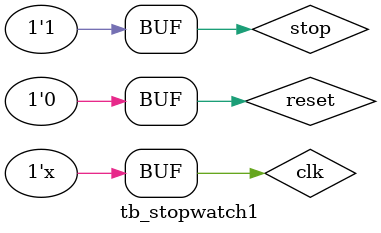
<source format=v>
`timescale 1ns / 1ps


module tb_stopwatch1;

	// Inputs
	reg clk;
	reg reset;
	reg stop;

	// Outputs
	wire ring;
	wire [5:0] sec;

	// Instantiate the Unit Under Test (UUT)
	stopwatch1 uut (
		.clk(clk), 
		.reset(reset), 
		.stop(stop), 
		.ring(ring), 
		.sec(sec)
	);

	initial begin
		// Initialize Inputs
		clk = 0;
		reset = 0;
		stop = 0;

		// Wait 100 ns for global reset to finish
		#1 reset=1;
		#1 reset=0;
		#98 stop=1;
        
		// Add stimulus here

	end
	
	always #5 clk=~clk;
      
endmodule


</source>
